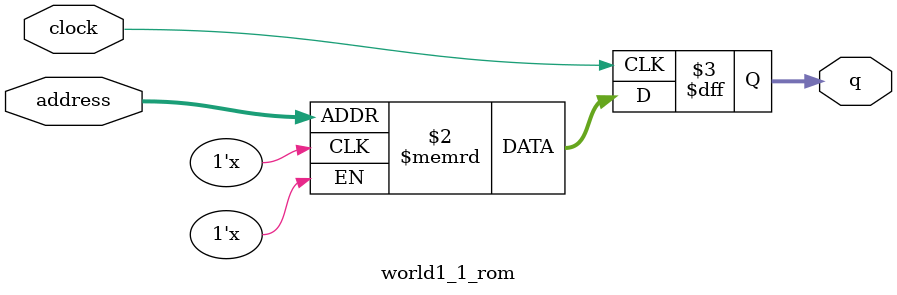
<source format=sv>
module world1_1_rom (
	input logic clock,
	input logic [18:0] address,
	output logic [3:0] q
);

logic [3:0] memory [0:307199] /* synthesis ram_init_file = "./world1_1/world1_1.mif" */;

always_ff @ (posedge clock) begin
	q <= memory[address];
end

endmodule

</source>
